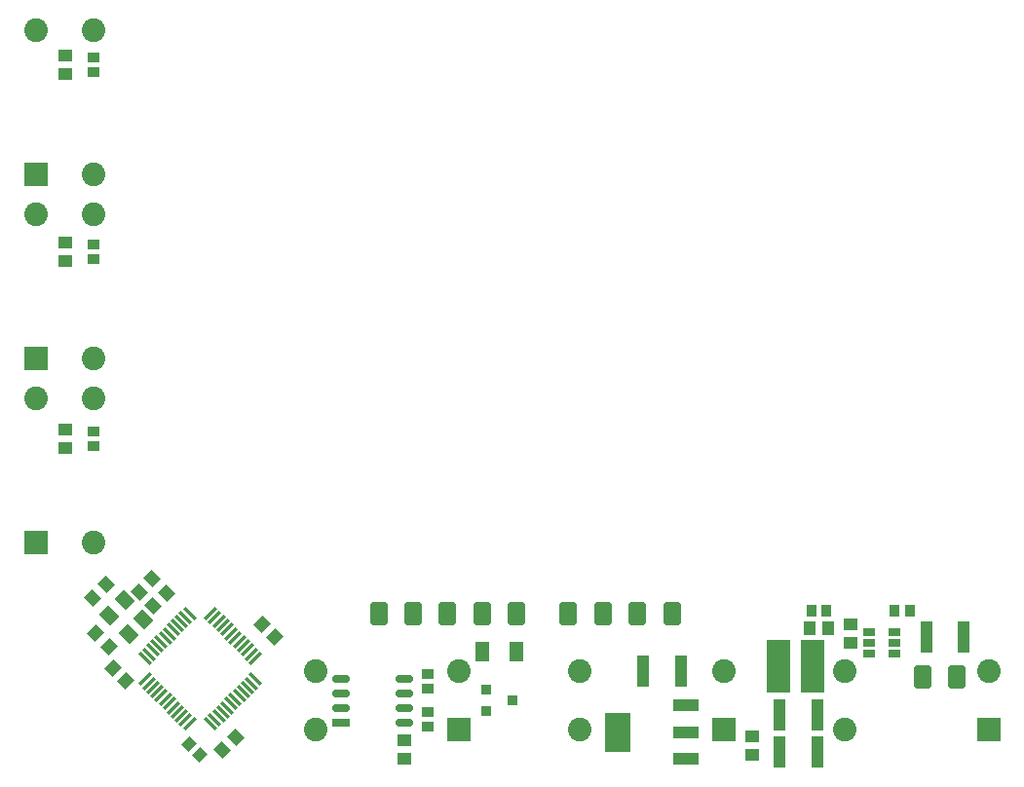
<source format=gbs>
G04*
G04 #@! TF.GenerationSoftware,Altium Limited,Altium Designer,23.3.1 (30)*
G04*
G04 Layer_Color=16711935*
%FSLAX44Y44*%
%MOMM*%
G71*
G04*
G04 #@! TF.SameCoordinates,351FD183-007B-45CA-81C2-1D2A0FC3FDAE*
G04*
G04*
G04 #@! TF.FilePolarity,Negative*
G04*
G01*
G75*
%ADD15R,1.0500X0.9000*%
%ADD19R,0.9000X1.0500*%
%ADD20R,1.1500X1.0000*%
%ADD23C,0.1000*%
%ADD24C,2.0500*%
%ADD25R,2.0500X2.0500*%
%ADD26R,2.0500X2.0500*%
G04:AMPARAMS|DCode=48|XSize=1.05mm|YSize=0.9mm|CornerRadius=0mm|HoleSize=0mm|Usage=FLASHONLY|Rotation=225.000|XOffset=0mm|YOffset=0mm|HoleType=Round|Shape=Rectangle|*
%AMROTATEDRECTD48*
4,1,4,0.0530,0.6894,0.6894,0.0530,-0.0530,-0.6894,-0.6894,-0.0530,0.0530,0.6894,0.0*
%
%ADD48ROTATEDRECTD48*%

G04:AMPARAMS|DCode=50|XSize=0.34mm|YSize=1.45mm|CornerRadius=0mm|HoleSize=0mm|Usage=FLASHONLY|Rotation=315.000|XOffset=0mm|YOffset=0mm|HoleType=Round|Shape=Round|*
%AMOVALD50*
21,1,1.1100,0.3400,0.0000,0.0000,45.0*
1,1,0.3400,-0.3925,-0.3925*
1,1,0.3400,0.3925,0.3925*
%
%ADD50OVALD50*%

G04:AMPARAMS|DCode=51|XSize=0.34mm|YSize=1.45mm|CornerRadius=0mm|HoleSize=0mm|Usage=FLASHONLY|Rotation=225.000|XOffset=0mm|YOffset=0mm|HoleType=Round|Shape=Round|*
%AMOVALD51*
21,1,1.1100,0.3400,0.0000,0.0000,315.0*
1,1,0.3400,-0.3925,0.3925*
1,1,0.3400,0.3925,-0.3925*
%
%ADD51OVALD51*%

%ADD52R,0.8620X0.8620*%
%ADD53R,1.1500X1.8200*%
G04:AMPARAMS|DCode=54|XSize=1.15mm|YSize=1mm|CornerRadius=0mm|HoleSize=0mm|Usage=FLASHONLY|Rotation=315.000|XOffset=0mm|YOffset=0mm|HoleType=Round|Shape=Rectangle|*
%AMROTATEDRECTD54*
4,1,4,-0.7601,0.0530,-0.0530,0.7601,0.7601,-0.0530,0.0530,-0.7601,-0.7601,0.0530,0.0*
%
%ADD54ROTATEDRECTD54*%

%ADD55R,1.0542X2.8062*%
%ADD56O,1.5500X0.7000*%
%ADD57R,1.5500X0.7000*%
%ADD58R,2.2500X1.0000*%
%ADD59R,2.2500X3.3500*%
G04:AMPARAMS|DCode=60|XSize=1.6mm|YSize=2.1mm|CornerRadius=0.425mm|HoleSize=0mm|Usage=FLASHONLY|Rotation=0.000|XOffset=0mm|YOffset=0mm|HoleType=Round|Shape=RoundedRectangle|*
%AMROUNDEDRECTD60*
21,1,1.6000,1.2500,0,0,0.0*
21,1,0.7500,2.1000,0,0,0.0*
1,1,0.8500,0.3750,-0.6250*
1,1,0.8500,-0.3750,-0.6250*
1,1,0.8500,-0.3750,0.6250*
1,1,0.8500,0.3750,0.6250*
%
%ADD60ROUNDEDRECTD60*%
G04:AMPARAMS|DCode=61|XSize=1.15mm|YSize=1.4mm|CornerRadius=0mm|HoleSize=0mm|Usage=FLASHONLY|Rotation=225.000|XOffset=0mm|YOffset=0mm|HoleType=Round|Shape=Rectangle|*
%AMROTATEDRECTD61*
4,1,4,-0.0884,0.9016,0.9016,-0.0884,0.0884,-0.9016,-0.9016,0.0884,-0.0884,0.9016,0.0*
%
%ADD61ROTATEDRECTD61*%

%ADD62R,2.1000X4.6000*%
%ADD63R,1.1000X0.8000*%
G04:AMPARAMS|DCode=64|XSize=1.15mm|YSize=1mm|CornerRadius=0mm|HoleSize=0mm|Usage=FLASHONLY|Rotation=225.000|XOffset=0mm|YOffset=0mm|HoleType=Round|Shape=Rectangle|*
%AMROTATEDRECTD64*
4,1,4,0.0530,0.7601,0.7601,0.0530,-0.0530,-0.7601,-0.7601,-0.0530,0.0530,0.7601,0.0*
%
%ADD64ROTATEDRECTD64*%

%ADD65R,1.0000X1.1500*%
D15*
X377500Y39500D02*
D03*
Y52500D02*
D03*
Y85500D02*
D03*
Y72500D02*
D03*
X87500Y283500D02*
D03*
Y296500D02*
D03*
Y446000D02*
D03*
Y459000D02*
D03*
Y608500D02*
D03*
Y621500D02*
D03*
D19*
X783500Y140000D02*
D03*
X796500D02*
D03*
X724000D02*
D03*
X711000D02*
D03*
D20*
X745000Y112500D02*
D03*
Y128500D02*
D03*
X62500Y298000D02*
D03*
Y282000D02*
D03*
Y444500D02*
D03*
Y460500D02*
D03*
Y623000D02*
D03*
Y607000D02*
D03*
X357500Y28000D02*
D03*
Y12000D02*
D03*
X660000Y31000D02*
D03*
Y15000D02*
D03*
D23*
X63640Y63640D02*
D03*
D24*
X510000Y87500D02*
D03*
Y37500D02*
D03*
X635000Y87500D02*
D03*
X865000D02*
D03*
X740000Y37500D02*
D03*
Y87500D02*
D03*
X280000D02*
D03*
Y37500D02*
D03*
X405000Y87500D02*
D03*
X87500Y645000D02*
D03*
X37500D02*
D03*
X87500Y520000D02*
D03*
Y360000D02*
D03*
X37500Y485000D02*
D03*
X87500D02*
D03*
Y200000D02*
D03*
X37500Y325000D02*
D03*
X87500D02*
D03*
D25*
X635000Y37500D02*
D03*
X865000D02*
D03*
X405000D02*
D03*
D26*
X37500Y520000D02*
D03*
Y360000D02*
D03*
Y200000D02*
D03*
D48*
X179596Y15404D02*
D03*
X170404Y24596D02*
D03*
D50*
X131917Y80808D02*
D03*
X135452Y77272D02*
D03*
X138988Y73737D02*
D03*
X142523Y70201D02*
D03*
X146059Y66666D02*
D03*
X149594Y63130D02*
D03*
X153130Y59594D02*
D03*
X156665Y56059D02*
D03*
X160201Y52523D02*
D03*
X163737Y48988D02*
D03*
X167272Y45452D02*
D03*
X170808Y41917D02*
D03*
X228083Y99192D02*
D03*
X224548Y102728D02*
D03*
X221012Y106263D02*
D03*
X217477Y109799D02*
D03*
X213941Y113335D02*
D03*
X210406Y116870D02*
D03*
X206870Y120406D02*
D03*
X203335Y123941D02*
D03*
X199799Y127477D02*
D03*
X196264Y131012D02*
D03*
X192728Y134548D02*
D03*
X189192Y138083D02*
D03*
D51*
Y41917D02*
D03*
X192728Y45452D02*
D03*
X196264Y48988D02*
D03*
X199799Y52523D02*
D03*
X203335Y56059D02*
D03*
X206870Y59594D02*
D03*
X210406Y63130D02*
D03*
X213941Y66666D02*
D03*
X217477Y70201D02*
D03*
X221012Y73737D02*
D03*
X224548Y77272D02*
D03*
X228083Y80808D02*
D03*
X170808Y138083D02*
D03*
X167272Y134548D02*
D03*
X163737Y131012D02*
D03*
X160201Y127477D02*
D03*
X156665Y123941D02*
D03*
X153130Y120406D02*
D03*
X149594Y116870D02*
D03*
X146059Y113335D02*
D03*
X142523Y109799D02*
D03*
X138988Y106264D02*
D03*
X135452Y102728D02*
D03*
X131917Y99192D02*
D03*
D52*
X428750Y72050D02*
D03*
Y53000D02*
D03*
X451610Y62525D02*
D03*
D53*
X454600Y105000D02*
D03*
X425400D02*
D03*
D54*
X138157Y168157D02*
D03*
X126843Y156843D02*
D03*
X98157Y163157D02*
D03*
X86843Y151843D02*
D03*
X150657Y155657D02*
D03*
X139343Y144343D02*
D03*
X210657Y30657D02*
D03*
X199343Y19343D02*
D03*
D55*
X683750Y17500D02*
D03*
X716250D02*
D03*
X683750Y50000D02*
D03*
X716250D02*
D03*
X811250Y117500D02*
D03*
X843750D02*
D03*
X597500Y87500D02*
D03*
X565000D02*
D03*
D56*
X357250Y81550D02*
D03*
Y68850D02*
D03*
Y56150D02*
D03*
Y43450D02*
D03*
X302750Y81550D02*
D03*
Y68850D02*
D03*
Y56150D02*
D03*
D57*
Y43450D02*
D03*
D58*
X601750Y58000D02*
D03*
Y35000D02*
D03*
Y12000D02*
D03*
D59*
X543250Y35000D02*
D03*
D60*
X807500Y82500D02*
D03*
X590000Y137500D02*
D03*
X560000D02*
D03*
X500000D02*
D03*
X530000D02*
D03*
X837500Y82500D02*
D03*
X335000Y137500D02*
D03*
X395000D02*
D03*
X365000D02*
D03*
X425000D02*
D03*
X455000D02*
D03*
D61*
X114318Y149345D02*
D03*
X130582Y133081D02*
D03*
X117500Y120000D02*
D03*
X101237Y136264D02*
D03*
D62*
X712500Y92500D02*
D03*
X682500D02*
D03*
D63*
X783500Y122000D02*
D03*
Y112500D02*
D03*
Y103000D02*
D03*
X761500D02*
D03*
Y112500D02*
D03*
Y122000D02*
D03*
D64*
X104343Y90657D02*
D03*
X115657Y79343D02*
D03*
X245000Y117500D02*
D03*
X233686Y128814D02*
D03*
X89343Y120657D02*
D03*
X100657Y109343D02*
D03*
D65*
X725500Y125000D02*
D03*
X709500D02*
D03*
M02*

</source>
